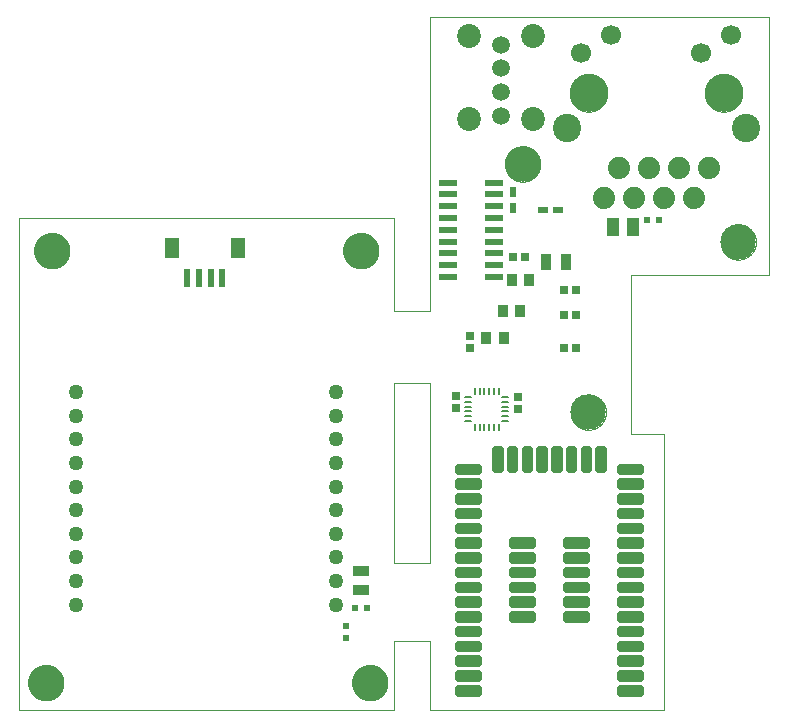
<source format=gts>
G75*
%MOIN*%
%OFA0B0*%
%FSLAX25Y25*%
%IPPOS*%
%LPD*%
%AMOC8*
5,1,8,0,0,1.08239X$1,22.5*
%
%ADD10C,0.00000*%
%ADD11C,0.11811*%
%ADD12C,0.11800*%
%ADD13C,0.00787*%
%ADD14C,0.07400*%
%ADD15C,0.09449*%
%ADD16C,0.06693*%
%ADD17C,0.12598*%
%ADD18C,0.05906*%
%ADD19C,0.07972*%
%ADD20C,0.02756*%
%ADD21R,0.06496X0.02362*%
%ADD22R,0.06000X0.02300*%
%ADD23R,0.03600X0.04100*%
%ADD24R,0.03800X0.05700*%
%ADD25R,0.03200X0.04200*%
%ADD26R,0.02200X0.02400*%
%ADD27R,0.04400X0.05900*%
%ADD28R,0.03400X0.02400*%
%ADD29R,0.02400X0.03400*%
%ADD30R,0.02800X0.02800*%
%ADD31R,0.05700X0.03800*%
%ADD32R,0.02400X0.02200*%
%ADD33C,0.05000*%
%ADD34R,0.02362X0.06102*%
%ADD35R,0.04724X0.07087*%
D10*
X0001000Y0012436D02*
X0001000Y0176436D01*
X0126000Y0176436D01*
X0126000Y0145436D01*
X0138000Y0145436D01*
X0138000Y0243436D01*
X0251000Y0243436D01*
X0251000Y0157436D01*
X0205000Y0157436D01*
X0205000Y0104436D01*
X0216000Y0104436D01*
X0216000Y0012436D01*
X0138000Y0012436D01*
X0138000Y0035436D01*
X0126000Y0035436D01*
X0126000Y0012436D01*
X0001000Y0012436D01*
X0004100Y0021436D02*
X0004102Y0021589D01*
X0004108Y0021742D01*
X0004118Y0021895D01*
X0004132Y0022048D01*
X0004150Y0022200D01*
X0004171Y0022351D01*
X0004197Y0022502D01*
X0004227Y0022653D01*
X0004260Y0022802D01*
X0004298Y0022951D01*
X0004339Y0023098D01*
X0004384Y0023245D01*
X0004433Y0023390D01*
X0004485Y0023534D01*
X0004542Y0023676D01*
X0004602Y0023817D01*
X0004665Y0023956D01*
X0004733Y0024094D01*
X0004803Y0024230D01*
X0004878Y0024364D01*
X0004955Y0024496D01*
X0005037Y0024626D01*
X0005121Y0024754D01*
X0005209Y0024879D01*
X0005300Y0025002D01*
X0005394Y0025123D01*
X0005491Y0025241D01*
X0005592Y0025357D01*
X0005695Y0025470D01*
X0005801Y0025581D01*
X0005910Y0025688D01*
X0006022Y0025793D01*
X0006136Y0025895D01*
X0006253Y0025994D01*
X0006373Y0026089D01*
X0006495Y0026182D01*
X0006619Y0026271D01*
X0006746Y0026358D01*
X0006875Y0026440D01*
X0007006Y0026520D01*
X0007139Y0026596D01*
X0007274Y0026668D01*
X0007411Y0026737D01*
X0007549Y0026803D01*
X0007689Y0026865D01*
X0007831Y0026923D01*
X0007974Y0026977D01*
X0008119Y0027028D01*
X0008264Y0027075D01*
X0008411Y0027118D01*
X0008559Y0027157D01*
X0008708Y0027193D01*
X0008858Y0027224D01*
X0009009Y0027252D01*
X0009160Y0027276D01*
X0009312Y0027296D01*
X0009465Y0027312D01*
X0009617Y0027324D01*
X0009770Y0027332D01*
X0009923Y0027336D01*
X0010077Y0027336D01*
X0010230Y0027332D01*
X0010383Y0027324D01*
X0010535Y0027312D01*
X0010688Y0027296D01*
X0010840Y0027276D01*
X0010991Y0027252D01*
X0011142Y0027224D01*
X0011292Y0027193D01*
X0011441Y0027157D01*
X0011589Y0027118D01*
X0011736Y0027075D01*
X0011881Y0027028D01*
X0012026Y0026977D01*
X0012169Y0026923D01*
X0012311Y0026865D01*
X0012451Y0026803D01*
X0012589Y0026737D01*
X0012726Y0026668D01*
X0012861Y0026596D01*
X0012994Y0026520D01*
X0013125Y0026440D01*
X0013254Y0026358D01*
X0013381Y0026271D01*
X0013505Y0026182D01*
X0013627Y0026089D01*
X0013747Y0025994D01*
X0013864Y0025895D01*
X0013978Y0025793D01*
X0014090Y0025688D01*
X0014199Y0025581D01*
X0014305Y0025470D01*
X0014408Y0025357D01*
X0014509Y0025241D01*
X0014606Y0025123D01*
X0014700Y0025002D01*
X0014791Y0024879D01*
X0014879Y0024754D01*
X0014963Y0024626D01*
X0015045Y0024496D01*
X0015122Y0024364D01*
X0015197Y0024230D01*
X0015267Y0024094D01*
X0015335Y0023956D01*
X0015398Y0023817D01*
X0015458Y0023676D01*
X0015515Y0023534D01*
X0015567Y0023390D01*
X0015616Y0023245D01*
X0015661Y0023098D01*
X0015702Y0022951D01*
X0015740Y0022802D01*
X0015773Y0022653D01*
X0015803Y0022502D01*
X0015829Y0022351D01*
X0015850Y0022200D01*
X0015868Y0022048D01*
X0015882Y0021895D01*
X0015892Y0021742D01*
X0015898Y0021589D01*
X0015900Y0021436D01*
X0015898Y0021283D01*
X0015892Y0021130D01*
X0015882Y0020977D01*
X0015868Y0020824D01*
X0015850Y0020672D01*
X0015829Y0020521D01*
X0015803Y0020370D01*
X0015773Y0020219D01*
X0015740Y0020070D01*
X0015702Y0019921D01*
X0015661Y0019774D01*
X0015616Y0019627D01*
X0015567Y0019482D01*
X0015515Y0019338D01*
X0015458Y0019196D01*
X0015398Y0019055D01*
X0015335Y0018916D01*
X0015267Y0018778D01*
X0015197Y0018642D01*
X0015122Y0018508D01*
X0015045Y0018376D01*
X0014963Y0018246D01*
X0014879Y0018118D01*
X0014791Y0017993D01*
X0014700Y0017870D01*
X0014606Y0017749D01*
X0014509Y0017631D01*
X0014408Y0017515D01*
X0014305Y0017402D01*
X0014199Y0017291D01*
X0014090Y0017184D01*
X0013978Y0017079D01*
X0013864Y0016977D01*
X0013747Y0016878D01*
X0013627Y0016783D01*
X0013505Y0016690D01*
X0013381Y0016601D01*
X0013254Y0016514D01*
X0013125Y0016432D01*
X0012994Y0016352D01*
X0012861Y0016276D01*
X0012726Y0016204D01*
X0012589Y0016135D01*
X0012451Y0016069D01*
X0012311Y0016007D01*
X0012169Y0015949D01*
X0012026Y0015895D01*
X0011881Y0015844D01*
X0011736Y0015797D01*
X0011589Y0015754D01*
X0011441Y0015715D01*
X0011292Y0015679D01*
X0011142Y0015648D01*
X0010991Y0015620D01*
X0010840Y0015596D01*
X0010688Y0015576D01*
X0010535Y0015560D01*
X0010383Y0015548D01*
X0010230Y0015540D01*
X0010077Y0015536D01*
X0009923Y0015536D01*
X0009770Y0015540D01*
X0009617Y0015548D01*
X0009465Y0015560D01*
X0009312Y0015576D01*
X0009160Y0015596D01*
X0009009Y0015620D01*
X0008858Y0015648D01*
X0008708Y0015679D01*
X0008559Y0015715D01*
X0008411Y0015754D01*
X0008264Y0015797D01*
X0008119Y0015844D01*
X0007974Y0015895D01*
X0007831Y0015949D01*
X0007689Y0016007D01*
X0007549Y0016069D01*
X0007411Y0016135D01*
X0007274Y0016204D01*
X0007139Y0016276D01*
X0007006Y0016352D01*
X0006875Y0016432D01*
X0006746Y0016514D01*
X0006619Y0016601D01*
X0006495Y0016690D01*
X0006373Y0016783D01*
X0006253Y0016878D01*
X0006136Y0016977D01*
X0006022Y0017079D01*
X0005910Y0017184D01*
X0005801Y0017291D01*
X0005695Y0017402D01*
X0005592Y0017515D01*
X0005491Y0017631D01*
X0005394Y0017749D01*
X0005300Y0017870D01*
X0005209Y0017993D01*
X0005121Y0018118D01*
X0005037Y0018246D01*
X0004955Y0018376D01*
X0004878Y0018508D01*
X0004803Y0018642D01*
X0004733Y0018778D01*
X0004665Y0018916D01*
X0004602Y0019055D01*
X0004542Y0019196D01*
X0004485Y0019338D01*
X0004433Y0019482D01*
X0004384Y0019627D01*
X0004339Y0019774D01*
X0004298Y0019921D01*
X0004260Y0020070D01*
X0004227Y0020219D01*
X0004197Y0020370D01*
X0004171Y0020521D01*
X0004150Y0020672D01*
X0004132Y0020824D01*
X0004118Y0020977D01*
X0004108Y0021130D01*
X0004102Y0021283D01*
X0004100Y0021436D01*
X0112100Y0021436D02*
X0112102Y0021589D01*
X0112108Y0021742D01*
X0112118Y0021895D01*
X0112132Y0022048D01*
X0112150Y0022200D01*
X0112171Y0022351D01*
X0112197Y0022502D01*
X0112227Y0022653D01*
X0112260Y0022802D01*
X0112298Y0022951D01*
X0112339Y0023098D01*
X0112384Y0023245D01*
X0112433Y0023390D01*
X0112485Y0023534D01*
X0112542Y0023676D01*
X0112602Y0023817D01*
X0112665Y0023956D01*
X0112733Y0024094D01*
X0112803Y0024230D01*
X0112878Y0024364D01*
X0112955Y0024496D01*
X0113037Y0024626D01*
X0113121Y0024754D01*
X0113209Y0024879D01*
X0113300Y0025002D01*
X0113394Y0025123D01*
X0113491Y0025241D01*
X0113592Y0025357D01*
X0113695Y0025470D01*
X0113801Y0025581D01*
X0113910Y0025688D01*
X0114022Y0025793D01*
X0114136Y0025895D01*
X0114253Y0025994D01*
X0114373Y0026089D01*
X0114495Y0026182D01*
X0114619Y0026271D01*
X0114746Y0026358D01*
X0114875Y0026440D01*
X0115006Y0026520D01*
X0115139Y0026596D01*
X0115274Y0026668D01*
X0115411Y0026737D01*
X0115549Y0026803D01*
X0115689Y0026865D01*
X0115831Y0026923D01*
X0115974Y0026977D01*
X0116119Y0027028D01*
X0116264Y0027075D01*
X0116411Y0027118D01*
X0116559Y0027157D01*
X0116708Y0027193D01*
X0116858Y0027224D01*
X0117009Y0027252D01*
X0117160Y0027276D01*
X0117312Y0027296D01*
X0117465Y0027312D01*
X0117617Y0027324D01*
X0117770Y0027332D01*
X0117923Y0027336D01*
X0118077Y0027336D01*
X0118230Y0027332D01*
X0118383Y0027324D01*
X0118535Y0027312D01*
X0118688Y0027296D01*
X0118840Y0027276D01*
X0118991Y0027252D01*
X0119142Y0027224D01*
X0119292Y0027193D01*
X0119441Y0027157D01*
X0119589Y0027118D01*
X0119736Y0027075D01*
X0119881Y0027028D01*
X0120026Y0026977D01*
X0120169Y0026923D01*
X0120311Y0026865D01*
X0120451Y0026803D01*
X0120589Y0026737D01*
X0120726Y0026668D01*
X0120861Y0026596D01*
X0120994Y0026520D01*
X0121125Y0026440D01*
X0121254Y0026358D01*
X0121381Y0026271D01*
X0121505Y0026182D01*
X0121627Y0026089D01*
X0121747Y0025994D01*
X0121864Y0025895D01*
X0121978Y0025793D01*
X0122090Y0025688D01*
X0122199Y0025581D01*
X0122305Y0025470D01*
X0122408Y0025357D01*
X0122509Y0025241D01*
X0122606Y0025123D01*
X0122700Y0025002D01*
X0122791Y0024879D01*
X0122879Y0024754D01*
X0122963Y0024626D01*
X0123045Y0024496D01*
X0123122Y0024364D01*
X0123197Y0024230D01*
X0123267Y0024094D01*
X0123335Y0023956D01*
X0123398Y0023817D01*
X0123458Y0023676D01*
X0123515Y0023534D01*
X0123567Y0023390D01*
X0123616Y0023245D01*
X0123661Y0023098D01*
X0123702Y0022951D01*
X0123740Y0022802D01*
X0123773Y0022653D01*
X0123803Y0022502D01*
X0123829Y0022351D01*
X0123850Y0022200D01*
X0123868Y0022048D01*
X0123882Y0021895D01*
X0123892Y0021742D01*
X0123898Y0021589D01*
X0123900Y0021436D01*
X0123898Y0021283D01*
X0123892Y0021130D01*
X0123882Y0020977D01*
X0123868Y0020824D01*
X0123850Y0020672D01*
X0123829Y0020521D01*
X0123803Y0020370D01*
X0123773Y0020219D01*
X0123740Y0020070D01*
X0123702Y0019921D01*
X0123661Y0019774D01*
X0123616Y0019627D01*
X0123567Y0019482D01*
X0123515Y0019338D01*
X0123458Y0019196D01*
X0123398Y0019055D01*
X0123335Y0018916D01*
X0123267Y0018778D01*
X0123197Y0018642D01*
X0123122Y0018508D01*
X0123045Y0018376D01*
X0122963Y0018246D01*
X0122879Y0018118D01*
X0122791Y0017993D01*
X0122700Y0017870D01*
X0122606Y0017749D01*
X0122509Y0017631D01*
X0122408Y0017515D01*
X0122305Y0017402D01*
X0122199Y0017291D01*
X0122090Y0017184D01*
X0121978Y0017079D01*
X0121864Y0016977D01*
X0121747Y0016878D01*
X0121627Y0016783D01*
X0121505Y0016690D01*
X0121381Y0016601D01*
X0121254Y0016514D01*
X0121125Y0016432D01*
X0120994Y0016352D01*
X0120861Y0016276D01*
X0120726Y0016204D01*
X0120589Y0016135D01*
X0120451Y0016069D01*
X0120311Y0016007D01*
X0120169Y0015949D01*
X0120026Y0015895D01*
X0119881Y0015844D01*
X0119736Y0015797D01*
X0119589Y0015754D01*
X0119441Y0015715D01*
X0119292Y0015679D01*
X0119142Y0015648D01*
X0118991Y0015620D01*
X0118840Y0015596D01*
X0118688Y0015576D01*
X0118535Y0015560D01*
X0118383Y0015548D01*
X0118230Y0015540D01*
X0118077Y0015536D01*
X0117923Y0015536D01*
X0117770Y0015540D01*
X0117617Y0015548D01*
X0117465Y0015560D01*
X0117312Y0015576D01*
X0117160Y0015596D01*
X0117009Y0015620D01*
X0116858Y0015648D01*
X0116708Y0015679D01*
X0116559Y0015715D01*
X0116411Y0015754D01*
X0116264Y0015797D01*
X0116119Y0015844D01*
X0115974Y0015895D01*
X0115831Y0015949D01*
X0115689Y0016007D01*
X0115549Y0016069D01*
X0115411Y0016135D01*
X0115274Y0016204D01*
X0115139Y0016276D01*
X0115006Y0016352D01*
X0114875Y0016432D01*
X0114746Y0016514D01*
X0114619Y0016601D01*
X0114495Y0016690D01*
X0114373Y0016783D01*
X0114253Y0016878D01*
X0114136Y0016977D01*
X0114022Y0017079D01*
X0113910Y0017184D01*
X0113801Y0017291D01*
X0113695Y0017402D01*
X0113592Y0017515D01*
X0113491Y0017631D01*
X0113394Y0017749D01*
X0113300Y0017870D01*
X0113209Y0017993D01*
X0113121Y0018118D01*
X0113037Y0018246D01*
X0112955Y0018376D01*
X0112878Y0018508D01*
X0112803Y0018642D01*
X0112733Y0018778D01*
X0112665Y0018916D01*
X0112602Y0019055D01*
X0112542Y0019196D01*
X0112485Y0019338D01*
X0112433Y0019482D01*
X0112384Y0019627D01*
X0112339Y0019774D01*
X0112298Y0019921D01*
X0112260Y0020070D01*
X0112227Y0020219D01*
X0112197Y0020370D01*
X0112171Y0020521D01*
X0112150Y0020672D01*
X0112132Y0020824D01*
X0112118Y0020977D01*
X0112108Y0021130D01*
X0112102Y0021283D01*
X0112100Y0021436D01*
X0126000Y0061436D02*
X0126000Y0121436D01*
X0138000Y0121436D01*
X0138000Y0061436D01*
X0126000Y0061436D01*
X0184921Y0111620D02*
X0184923Y0111773D01*
X0184929Y0111927D01*
X0184939Y0112080D01*
X0184953Y0112232D01*
X0184971Y0112385D01*
X0184993Y0112536D01*
X0185018Y0112687D01*
X0185048Y0112838D01*
X0185082Y0112988D01*
X0185119Y0113136D01*
X0185160Y0113284D01*
X0185205Y0113430D01*
X0185254Y0113576D01*
X0185307Y0113720D01*
X0185363Y0113862D01*
X0185423Y0114003D01*
X0185487Y0114143D01*
X0185554Y0114281D01*
X0185625Y0114417D01*
X0185700Y0114551D01*
X0185777Y0114683D01*
X0185859Y0114813D01*
X0185943Y0114941D01*
X0186031Y0115067D01*
X0186122Y0115190D01*
X0186216Y0115311D01*
X0186314Y0115429D01*
X0186414Y0115545D01*
X0186518Y0115658D01*
X0186624Y0115769D01*
X0186733Y0115877D01*
X0186845Y0115982D01*
X0186959Y0116083D01*
X0187077Y0116182D01*
X0187196Y0116278D01*
X0187318Y0116371D01*
X0187443Y0116460D01*
X0187570Y0116547D01*
X0187699Y0116629D01*
X0187830Y0116709D01*
X0187963Y0116785D01*
X0188098Y0116858D01*
X0188235Y0116927D01*
X0188374Y0116992D01*
X0188514Y0117054D01*
X0188656Y0117112D01*
X0188799Y0117167D01*
X0188944Y0117218D01*
X0189090Y0117265D01*
X0189237Y0117308D01*
X0189385Y0117347D01*
X0189534Y0117383D01*
X0189684Y0117414D01*
X0189835Y0117442D01*
X0189986Y0117466D01*
X0190139Y0117486D01*
X0190291Y0117502D01*
X0190444Y0117514D01*
X0190597Y0117522D01*
X0190750Y0117526D01*
X0190904Y0117526D01*
X0191057Y0117522D01*
X0191210Y0117514D01*
X0191363Y0117502D01*
X0191515Y0117486D01*
X0191668Y0117466D01*
X0191819Y0117442D01*
X0191970Y0117414D01*
X0192120Y0117383D01*
X0192269Y0117347D01*
X0192417Y0117308D01*
X0192564Y0117265D01*
X0192710Y0117218D01*
X0192855Y0117167D01*
X0192998Y0117112D01*
X0193140Y0117054D01*
X0193280Y0116992D01*
X0193419Y0116927D01*
X0193556Y0116858D01*
X0193691Y0116785D01*
X0193824Y0116709D01*
X0193955Y0116629D01*
X0194084Y0116547D01*
X0194211Y0116460D01*
X0194336Y0116371D01*
X0194458Y0116278D01*
X0194577Y0116182D01*
X0194695Y0116083D01*
X0194809Y0115982D01*
X0194921Y0115877D01*
X0195030Y0115769D01*
X0195136Y0115658D01*
X0195240Y0115545D01*
X0195340Y0115429D01*
X0195438Y0115311D01*
X0195532Y0115190D01*
X0195623Y0115067D01*
X0195711Y0114941D01*
X0195795Y0114813D01*
X0195877Y0114683D01*
X0195954Y0114551D01*
X0196029Y0114417D01*
X0196100Y0114281D01*
X0196167Y0114143D01*
X0196231Y0114003D01*
X0196291Y0113862D01*
X0196347Y0113720D01*
X0196400Y0113576D01*
X0196449Y0113430D01*
X0196494Y0113284D01*
X0196535Y0113136D01*
X0196572Y0112988D01*
X0196606Y0112838D01*
X0196636Y0112687D01*
X0196661Y0112536D01*
X0196683Y0112385D01*
X0196701Y0112232D01*
X0196715Y0112080D01*
X0196725Y0111927D01*
X0196731Y0111773D01*
X0196733Y0111620D01*
X0196731Y0111467D01*
X0196725Y0111313D01*
X0196715Y0111160D01*
X0196701Y0111008D01*
X0196683Y0110855D01*
X0196661Y0110704D01*
X0196636Y0110553D01*
X0196606Y0110402D01*
X0196572Y0110252D01*
X0196535Y0110104D01*
X0196494Y0109956D01*
X0196449Y0109810D01*
X0196400Y0109664D01*
X0196347Y0109520D01*
X0196291Y0109378D01*
X0196231Y0109237D01*
X0196167Y0109097D01*
X0196100Y0108959D01*
X0196029Y0108823D01*
X0195954Y0108689D01*
X0195877Y0108557D01*
X0195795Y0108427D01*
X0195711Y0108299D01*
X0195623Y0108173D01*
X0195532Y0108050D01*
X0195438Y0107929D01*
X0195340Y0107811D01*
X0195240Y0107695D01*
X0195136Y0107582D01*
X0195030Y0107471D01*
X0194921Y0107363D01*
X0194809Y0107258D01*
X0194695Y0107157D01*
X0194577Y0107058D01*
X0194458Y0106962D01*
X0194336Y0106869D01*
X0194211Y0106780D01*
X0194084Y0106693D01*
X0193955Y0106611D01*
X0193824Y0106531D01*
X0193691Y0106455D01*
X0193556Y0106382D01*
X0193419Y0106313D01*
X0193280Y0106248D01*
X0193140Y0106186D01*
X0192998Y0106128D01*
X0192855Y0106073D01*
X0192710Y0106022D01*
X0192564Y0105975D01*
X0192417Y0105932D01*
X0192269Y0105893D01*
X0192120Y0105857D01*
X0191970Y0105826D01*
X0191819Y0105798D01*
X0191668Y0105774D01*
X0191515Y0105754D01*
X0191363Y0105738D01*
X0191210Y0105726D01*
X0191057Y0105718D01*
X0190904Y0105714D01*
X0190750Y0105714D01*
X0190597Y0105718D01*
X0190444Y0105726D01*
X0190291Y0105738D01*
X0190139Y0105754D01*
X0189986Y0105774D01*
X0189835Y0105798D01*
X0189684Y0105826D01*
X0189534Y0105857D01*
X0189385Y0105893D01*
X0189237Y0105932D01*
X0189090Y0105975D01*
X0188944Y0106022D01*
X0188799Y0106073D01*
X0188656Y0106128D01*
X0188514Y0106186D01*
X0188374Y0106248D01*
X0188235Y0106313D01*
X0188098Y0106382D01*
X0187963Y0106455D01*
X0187830Y0106531D01*
X0187699Y0106611D01*
X0187570Y0106693D01*
X0187443Y0106780D01*
X0187318Y0106869D01*
X0187196Y0106962D01*
X0187077Y0107058D01*
X0186959Y0107157D01*
X0186845Y0107258D01*
X0186733Y0107363D01*
X0186624Y0107471D01*
X0186518Y0107582D01*
X0186414Y0107695D01*
X0186314Y0107811D01*
X0186216Y0107929D01*
X0186122Y0108050D01*
X0186031Y0108173D01*
X0185943Y0108299D01*
X0185859Y0108427D01*
X0185777Y0108557D01*
X0185700Y0108689D01*
X0185625Y0108823D01*
X0185554Y0108959D01*
X0185487Y0109097D01*
X0185423Y0109237D01*
X0185363Y0109378D01*
X0185307Y0109520D01*
X0185254Y0109664D01*
X0185205Y0109810D01*
X0185160Y0109956D01*
X0185119Y0110104D01*
X0185082Y0110252D01*
X0185048Y0110402D01*
X0185018Y0110553D01*
X0184993Y0110704D01*
X0184971Y0110855D01*
X0184953Y0111008D01*
X0184939Y0111160D01*
X0184929Y0111313D01*
X0184923Y0111467D01*
X0184921Y0111620D01*
X0234921Y0168339D02*
X0234923Y0168492D01*
X0234929Y0168646D01*
X0234939Y0168799D01*
X0234953Y0168951D01*
X0234971Y0169104D01*
X0234993Y0169255D01*
X0235018Y0169406D01*
X0235048Y0169557D01*
X0235082Y0169707D01*
X0235119Y0169855D01*
X0235160Y0170003D01*
X0235205Y0170149D01*
X0235254Y0170295D01*
X0235307Y0170439D01*
X0235363Y0170581D01*
X0235423Y0170722D01*
X0235487Y0170862D01*
X0235554Y0171000D01*
X0235625Y0171136D01*
X0235700Y0171270D01*
X0235777Y0171402D01*
X0235859Y0171532D01*
X0235943Y0171660D01*
X0236031Y0171786D01*
X0236122Y0171909D01*
X0236216Y0172030D01*
X0236314Y0172148D01*
X0236414Y0172264D01*
X0236518Y0172377D01*
X0236624Y0172488D01*
X0236733Y0172596D01*
X0236845Y0172701D01*
X0236959Y0172802D01*
X0237077Y0172901D01*
X0237196Y0172997D01*
X0237318Y0173090D01*
X0237443Y0173179D01*
X0237570Y0173266D01*
X0237699Y0173348D01*
X0237830Y0173428D01*
X0237963Y0173504D01*
X0238098Y0173577D01*
X0238235Y0173646D01*
X0238374Y0173711D01*
X0238514Y0173773D01*
X0238656Y0173831D01*
X0238799Y0173886D01*
X0238944Y0173937D01*
X0239090Y0173984D01*
X0239237Y0174027D01*
X0239385Y0174066D01*
X0239534Y0174102D01*
X0239684Y0174133D01*
X0239835Y0174161D01*
X0239986Y0174185D01*
X0240139Y0174205D01*
X0240291Y0174221D01*
X0240444Y0174233D01*
X0240597Y0174241D01*
X0240750Y0174245D01*
X0240904Y0174245D01*
X0241057Y0174241D01*
X0241210Y0174233D01*
X0241363Y0174221D01*
X0241515Y0174205D01*
X0241668Y0174185D01*
X0241819Y0174161D01*
X0241970Y0174133D01*
X0242120Y0174102D01*
X0242269Y0174066D01*
X0242417Y0174027D01*
X0242564Y0173984D01*
X0242710Y0173937D01*
X0242855Y0173886D01*
X0242998Y0173831D01*
X0243140Y0173773D01*
X0243280Y0173711D01*
X0243419Y0173646D01*
X0243556Y0173577D01*
X0243691Y0173504D01*
X0243824Y0173428D01*
X0243955Y0173348D01*
X0244084Y0173266D01*
X0244211Y0173179D01*
X0244336Y0173090D01*
X0244458Y0172997D01*
X0244577Y0172901D01*
X0244695Y0172802D01*
X0244809Y0172701D01*
X0244921Y0172596D01*
X0245030Y0172488D01*
X0245136Y0172377D01*
X0245240Y0172264D01*
X0245340Y0172148D01*
X0245438Y0172030D01*
X0245532Y0171909D01*
X0245623Y0171786D01*
X0245711Y0171660D01*
X0245795Y0171532D01*
X0245877Y0171402D01*
X0245954Y0171270D01*
X0246029Y0171136D01*
X0246100Y0171000D01*
X0246167Y0170862D01*
X0246231Y0170722D01*
X0246291Y0170581D01*
X0246347Y0170439D01*
X0246400Y0170295D01*
X0246449Y0170149D01*
X0246494Y0170003D01*
X0246535Y0169855D01*
X0246572Y0169707D01*
X0246606Y0169557D01*
X0246636Y0169406D01*
X0246661Y0169255D01*
X0246683Y0169104D01*
X0246701Y0168951D01*
X0246715Y0168799D01*
X0246725Y0168646D01*
X0246731Y0168492D01*
X0246733Y0168339D01*
X0246731Y0168186D01*
X0246725Y0168032D01*
X0246715Y0167879D01*
X0246701Y0167727D01*
X0246683Y0167574D01*
X0246661Y0167423D01*
X0246636Y0167272D01*
X0246606Y0167121D01*
X0246572Y0166971D01*
X0246535Y0166823D01*
X0246494Y0166675D01*
X0246449Y0166529D01*
X0246400Y0166383D01*
X0246347Y0166239D01*
X0246291Y0166097D01*
X0246231Y0165956D01*
X0246167Y0165816D01*
X0246100Y0165678D01*
X0246029Y0165542D01*
X0245954Y0165408D01*
X0245877Y0165276D01*
X0245795Y0165146D01*
X0245711Y0165018D01*
X0245623Y0164892D01*
X0245532Y0164769D01*
X0245438Y0164648D01*
X0245340Y0164530D01*
X0245240Y0164414D01*
X0245136Y0164301D01*
X0245030Y0164190D01*
X0244921Y0164082D01*
X0244809Y0163977D01*
X0244695Y0163876D01*
X0244577Y0163777D01*
X0244458Y0163681D01*
X0244336Y0163588D01*
X0244211Y0163499D01*
X0244084Y0163412D01*
X0243955Y0163330D01*
X0243824Y0163250D01*
X0243691Y0163174D01*
X0243556Y0163101D01*
X0243419Y0163032D01*
X0243280Y0162967D01*
X0243140Y0162905D01*
X0242998Y0162847D01*
X0242855Y0162792D01*
X0242710Y0162741D01*
X0242564Y0162694D01*
X0242417Y0162651D01*
X0242269Y0162612D01*
X0242120Y0162576D01*
X0241970Y0162545D01*
X0241819Y0162517D01*
X0241668Y0162493D01*
X0241515Y0162473D01*
X0241363Y0162457D01*
X0241210Y0162445D01*
X0241057Y0162437D01*
X0240904Y0162433D01*
X0240750Y0162433D01*
X0240597Y0162437D01*
X0240444Y0162445D01*
X0240291Y0162457D01*
X0240139Y0162473D01*
X0239986Y0162493D01*
X0239835Y0162517D01*
X0239684Y0162545D01*
X0239534Y0162576D01*
X0239385Y0162612D01*
X0239237Y0162651D01*
X0239090Y0162694D01*
X0238944Y0162741D01*
X0238799Y0162792D01*
X0238656Y0162847D01*
X0238514Y0162905D01*
X0238374Y0162967D01*
X0238235Y0163032D01*
X0238098Y0163101D01*
X0237963Y0163174D01*
X0237830Y0163250D01*
X0237699Y0163330D01*
X0237570Y0163412D01*
X0237443Y0163499D01*
X0237318Y0163588D01*
X0237196Y0163681D01*
X0237077Y0163777D01*
X0236959Y0163876D01*
X0236845Y0163977D01*
X0236733Y0164082D01*
X0236624Y0164190D01*
X0236518Y0164301D01*
X0236414Y0164414D01*
X0236314Y0164530D01*
X0236216Y0164648D01*
X0236122Y0164769D01*
X0236031Y0164892D01*
X0235943Y0165018D01*
X0235859Y0165146D01*
X0235777Y0165276D01*
X0235700Y0165408D01*
X0235625Y0165542D01*
X0235554Y0165678D01*
X0235487Y0165816D01*
X0235423Y0165956D01*
X0235363Y0166097D01*
X0235307Y0166239D01*
X0235254Y0166383D01*
X0235205Y0166529D01*
X0235160Y0166675D01*
X0235119Y0166823D01*
X0235082Y0166971D01*
X0235048Y0167121D01*
X0235018Y0167272D01*
X0234993Y0167423D01*
X0234971Y0167574D01*
X0234953Y0167727D01*
X0234939Y0167879D01*
X0234929Y0168032D01*
X0234923Y0168186D01*
X0234921Y0168339D01*
X0229639Y0218046D02*
X0229641Y0218204D01*
X0229647Y0218362D01*
X0229657Y0218520D01*
X0229671Y0218678D01*
X0229689Y0218835D01*
X0229710Y0218992D01*
X0229736Y0219148D01*
X0229766Y0219304D01*
X0229799Y0219459D01*
X0229837Y0219612D01*
X0229878Y0219765D01*
X0229923Y0219917D01*
X0229972Y0220068D01*
X0230025Y0220217D01*
X0230081Y0220365D01*
X0230141Y0220511D01*
X0230205Y0220656D01*
X0230273Y0220799D01*
X0230344Y0220941D01*
X0230418Y0221081D01*
X0230496Y0221218D01*
X0230578Y0221354D01*
X0230662Y0221488D01*
X0230751Y0221619D01*
X0230842Y0221748D01*
X0230937Y0221875D01*
X0231034Y0222000D01*
X0231135Y0222122D01*
X0231239Y0222241D01*
X0231346Y0222358D01*
X0231456Y0222472D01*
X0231569Y0222583D01*
X0231684Y0222692D01*
X0231802Y0222797D01*
X0231923Y0222899D01*
X0232046Y0222999D01*
X0232172Y0223095D01*
X0232300Y0223188D01*
X0232430Y0223278D01*
X0232563Y0223364D01*
X0232698Y0223448D01*
X0232834Y0223527D01*
X0232973Y0223604D01*
X0233114Y0223676D01*
X0233256Y0223746D01*
X0233400Y0223811D01*
X0233546Y0223873D01*
X0233693Y0223931D01*
X0233842Y0223986D01*
X0233992Y0224037D01*
X0234143Y0224084D01*
X0234295Y0224127D01*
X0234448Y0224166D01*
X0234603Y0224202D01*
X0234758Y0224233D01*
X0234914Y0224261D01*
X0235070Y0224285D01*
X0235227Y0224305D01*
X0235385Y0224321D01*
X0235542Y0224333D01*
X0235701Y0224341D01*
X0235859Y0224345D01*
X0236017Y0224345D01*
X0236175Y0224341D01*
X0236334Y0224333D01*
X0236491Y0224321D01*
X0236649Y0224305D01*
X0236806Y0224285D01*
X0236962Y0224261D01*
X0237118Y0224233D01*
X0237273Y0224202D01*
X0237428Y0224166D01*
X0237581Y0224127D01*
X0237733Y0224084D01*
X0237884Y0224037D01*
X0238034Y0223986D01*
X0238183Y0223931D01*
X0238330Y0223873D01*
X0238476Y0223811D01*
X0238620Y0223746D01*
X0238762Y0223676D01*
X0238903Y0223604D01*
X0239042Y0223527D01*
X0239178Y0223448D01*
X0239313Y0223364D01*
X0239446Y0223278D01*
X0239576Y0223188D01*
X0239704Y0223095D01*
X0239830Y0222999D01*
X0239953Y0222899D01*
X0240074Y0222797D01*
X0240192Y0222692D01*
X0240307Y0222583D01*
X0240420Y0222472D01*
X0240530Y0222358D01*
X0240637Y0222241D01*
X0240741Y0222122D01*
X0240842Y0222000D01*
X0240939Y0221875D01*
X0241034Y0221748D01*
X0241125Y0221619D01*
X0241214Y0221488D01*
X0241298Y0221354D01*
X0241380Y0221218D01*
X0241458Y0221081D01*
X0241532Y0220941D01*
X0241603Y0220799D01*
X0241671Y0220656D01*
X0241735Y0220511D01*
X0241795Y0220365D01*
X0241851Y0220217D01*
X0241904Y0220068D01*
X0241953Y0219917D01*
X0241998Y0219765D01*
X0242039Y0219612D01*
X0242077Y0219459D01*
X0242110Y0219304D01*
X0242140Y0219148D01*
X0242166Y0218992D01*
X0242187Y0218835D01*
X0242205Y0218678D01*
X0242219Y0218520D01*
X0242229Y0218362D01*
X0242235Y0218204D01*
X0242237Y0218046D01*
X0242235Y0217888D01*
X0242229Y0217730D01*
X0242219Y0217572D01*
X0242205Y0217414D01*
X0242187Y0217257D01*
X0242166Y0217100D01*
X0242140Y0216944D01*
X0242110Y0216788D01*
X0242077Y0216633D01*
X0242039Y0216480D01*
X0241998Y0216327D01*
X0241953Y0216175D01*
X0241904Y0216024D01*
X0241851Y0215875D01*
X0241795Y0215727D01*
X0241735Y0215581D01*
X0241671Y0215436D01*
X0241603Y0215293D01*
X0241532Y0215151D01*
X0241458Y0215011D01*
X0241380Y0214874D01*
X0241298Y0214738D01*
X0241214Y0214604D01*
X0241125Y0214473D01*
X0241034Y0214344D01*
X0240939Y0214217D01*
X0240842Y0214092D01*
X0240741Y0213970D01*
X0240637Y0213851D01*
X0240530Y0213734D01*
X0240420Y0213620D01*
X0240307Y0213509D01*
X0240192Y0213400D01*
X0240074Y0213295D01*
X0239953Y0213193D01*
X0239830Y0213093D01*
X0239704Y0212997D01*
X0239576Y0212904D01*
X0239446Y0212814D01*
X0239313Y0212728D01*
X0239178Y0212644D01*
X0239042Y0212565D01*
X0238903Y0212488D01*
X0238762Y0212416D01*
X0238620Y0212346D01*
X0238476Y0212281D01*
X0238330Y0212219D01*
X0238183Y0212161D01*
X0238034Y0212106D01*
X0237884Y0212055D01*
X0237733Y0212008D01*
X0237581Y0211965D01*
X0237428Y0211926D01*
X0237273Y0211890D01*
X0237118Y0211859D01*
X0236962Y0211831D01*
X0236806Y0211807D01*
X0236649Y0211787D01*
X0236491Y0211771D01*
X0236334Y0211759D01*
X0236175Y0211751D01*
X0236017Y0211747D01*
X0235859Y0211747D01*
X0235701Y0211751D01*
X0235542Y0211759D01*
X0235385Y0211771D01*
X0235227Y0211787D01*
X0235070Y0211807D01*
X0234914Y0211831D01*
X0234758Y0211859D01*
X0234603Y0211890D01*
X0234448Y0211926D01*
X0234295Y0211965D01*
X0234143Y0212008D01*
X0233992Y0212055D01*
X0233842Y0212106D01*
X0233693Y0212161D01*
X0233546Y0212219D01*
X0233400Y0212281D01*
X0233256Y0212346D01*
X0233114Y0212416D01*
X0232973Y0212488D01*
X0232834Y0212565D01*
X0232698Y0212644D01*
X0232563Y0212728D01*
X0232430Y0212814D01*
X0232300Y0212904D01*
X0232172Y0212997D01*
X0232046Y0213093D01*
X0231923Y0213193D01*
X0231802Y0213295D01*
X0231684Y0213400D01*
X0231569Y0213509D01*
X0231456Y0213620D01*
X0231346Y0213734D01*
X0231239Y0213851D01*
X0231135Y0213970D01*
X0231034Y0214092D01*
X0230937Y0214217D01*
X0230842Y0214344D01*
X0230751Y0214473D01*
X0230662Y0214604D01*
X0230578Y0214738D01*
X0230496Y0214874D01*
X0230418Y0215011D01*
X0230344Y0215151D01*
X0230273Y0215293D01*
X0230205Y0215436D01*
X0230141Y0215581D01*
X0230081Y0215727D01*
X0230025Y0215875D01*
X0229972Y0216024D01*
X0229923Y0216175D01*
X0229878Y0216327D01*
X0229837Y0216480D01*
X0229799Y0216633D01*
X0229766Y0216788D01*
X0229736Y0216944D01*
X0229710Y0217100D01*
X0229689Y0217257D01*
X0229671Y0217414D01*
X0229657Y0217572D01*
X0229647Y0217730D01*
X0229641Y0217888D01*
X0229639Y0218046D01*
X0184639Y0218046D02*
X0184641Y0218204D01*
X0184647Y0218362D01*
X0184657Y0218520D01*
X0184671Y0218678D01*
X0184689Y0218835D01*
X0184710Y0218992D01*
X0184736Y0219148D01*
X0184766Y0219304D01*
X0184799Y0219459D01*
X0184837Y0219612D01*
X0184878Y0219765D01*
X0184923Y0219917D01*
X0184972Y0220068D01*
X0185025Y0220217D01*
X0185081Y0220365D01*
X0185141Y0220511D01*
X0185205Y0220656D01*
X0185273Y0220799D01*
X0185344Y0220941D01*
X0185418Y0221081D01*
X0185496Y0221218D01*
X0185578Y0221354D01*
X0185662Y0221488D01*
X0185751Y0221619D01*
X0185842Y0221748D01*
X0185937Y0221875D01*
X0186034Y0222000D01*
X0186135Y0222122D01*
X0186239Y0222241D01*
X0186346Y0222358D01*
X0186456Y0222472D01*
X0186569Y0222583D01*
X0186684Y0222692D01*
X0186802Y0222797D01*
X0186923Y0222899D01*
X0187046Y0222999D01*
X0187172Y0223095D01*
X0187300Y0223188D01*
X0187430Y0223278D01*
X0187563Y0223364D01*
X0187698Y0223448D01*
X0187834Y0223527D01*
X0187973Y0223604D01*
X0188114Y0223676D01*
X0188256Y0223746D01*
X0188400Y0223811D01*
X0188546Y0223873D01*
X0188693Y0223931D01*
X0188842Y0223986D01*
X0188992Y0224037D01*
X0189143Y0224084D01*
X0189295Y0224127D01*
X0189448Y0224166D01*
X0189603Y0224202D01*
X0189758Y0224233D01*
X0189914Y0224261D01*
X0190070Y0224285D01*
X0190227Y0224305D01*
X0190385Y0224321D01*
X0190542Y0224333D01*
X0190701Y0224341D01*
X0190859Y0224345D01*
X0191017Y0224345D01*
X0191175Y0224341D01*
X0191334Y0224333D01*
X0191491Y0224321D01*
X0191649Y0224305D01*
X0191806Y0224285D01*
X0191962Y0224261D01*
X0192118Y0224233D01*
X0192273Y0224202D01*
X0192428Y0224166D01*
X0192581Y0224127D01*
X0192733Y0224084D01*
X0192884Y0224037D01*
X0193034Y0223986D01*
X0193183Y0223931D01*
X0193330Y0223873D01*
X0193476Y0223811D01*
X0193620Y0223746D01*
X0193762Y0223676D01*
X0193903Y0223604D01*
X0194042Y0223527D01*
X0194178Y0223448D01*
X0194313Y0223364D01*
X0194446Y0223278D01*
X0194576Y0223188D01*
X0194704Y0223095D01*
X0194830Y0222999D01*
X0194953Y0222899D01*
X0195074Y0222797D01*
X0195192Y0222692D01*
X0195307Y0222583D01*
X0195420Y0222472D01*
X0195530Y0222358D01*
X0195637Y0222241D01*
X0195741Y0222122D01*
X0195842Y0222000D01*
X0195939Y0221875D01*
X0196034Y0221748D01*
X0196125Y0221619D01*
X0196214Y0221488D01*
X0196298Y0221354D01*
X0196380Y0221218D01*
X0196458Y0221081D01*
X0196532Y0220941D01*
X0196603Y0220799D01*
X0196671Y0220656D01*
X0196735Y0220511D01*
X0196795Y0220365D01*
X0196851Y0220217D01*
X0196904Y0220068D01*
X0196953Y0219917D01*
X0196998Y0219765D01*
X0197039Y0219612D01*
X0197077Y0219459D01*
X0197110Y0219304D01*
X0197140Y0219148D01*
X0197166Y0218992D01*
X0197187Y0218835D01*
X0197205Y0218678D01*
X0197219Y0218520D01*
X0197229Y0218362D01*
X0197235Y0218204D01*
X0197237Y0218046D01*
X0197235Y0217888D01*
X0197229Y0217730D01*
X0197219Y0217572D01*
X0197205Y0217414D01*
X0197187Y0217257D01*
X0197166Y0217100D01*
X0197140Y0216944D01*
X0197110Y0216788D01*
X0197077Y0216633D01*
X0197039Y0216480D01*
X0196998Y0216327D01*
X0196953Y0216175D01*
X0196904Y0216024D01*
X0196851Y0215875D01*
X0196795Y0215727D01*
X0196735Y0215581D01*
X0196671Y0215436D01*
X0196603Y0215293D01*
X0196532Y0215151D01*
X0196458Y0215011D01*
X0196380Y0214874D01*
X0196298Y0214738D01*
X0196214Y0214604D01*
X0196125Y0214473D01*
X0196034Y0214344D01*
X0195939Y0214217D01*
X0195842Y0214092D01*
X0195741Y0213970D01*
X0195637Y0213851D01*
X0195530Y0213734D01*
X0195420Y0213620D01*
X0195307Y0213509D01*
X0195192Y0213400D01*
X0195074Y0213295D01*
X0194953Y0213193D01*
X0194830Y0213093D01*
X0194704Y0212997D01*
X0194576Y0212904D01*
X0194446Y0212814D01*
X0194313Y0212728D01*
X0194178Y0212644D01*
X0194042Y0212565D01*
X0193903Y0212488D01*
X0193762Y0212416D01*
X0193620Y0212346D01*
X0193476Y0212281D01*
X0193330Y0212219D01*
X0193183Y0212161D01*
X0193034Y0212106D01*
X0192884Y0212055D01*
X0192733Y0212008D01*
X0192581Y0211965D01*
X0192428Y0211926D01*
X0192273Y0211890D01*
X0192118Y0211859D01*
X0191962Y0211831D01*
X0191806Y0211807D01*
X0191649Y0211787D01*
X0191491Y0211771D01*
X0191334Y0211759D01*
X0191175Y0211751D01*
X0191017Y0211747D01*
X0190859Y0211747D01*
X0190701Y0211751D01*
X0190542Y0211759D01*
X0190385Y0211771D01*
X0190227Y0211787D01*
X0190070Y0211807D01*
X0189914Y0211831D01*
X0189758Y0211859D01*
X0189603Y0211890D01*
X0189448Y0211926D01*
X0189295Y0211965D01*
X0189143Y0212008D01*
X0188992Y0212055D01*
X0188842Y0212106D01*
X0188693Y0212161D01*
X0188546Y0212219D01*
X0188400Y0212281D01*
X0188256Y0212346D01*
X0188114Y0212416D01*
X0187973Y0212488D01*
X0187834Y0212565D01*
X0187698Y0212644D01*
X0187563Y0212728D01*
X0187430Y0212814D01*
X0187300Y0212904D01*
X0187172Y0212997D01*
X0187046Y0213093D01*
X0186923Y0213193D01*
X0186802Y0213295D01*
X0186684Y0213400D01*
X0186569Y0213509D01*
X0186456Y0213620D01*
X0186346Y0213734D01*
X0186239Y0213851D01*
X0186135Y0213970D01*
X0186034Y0214092D01*
X0185937Y0214217D01*
X0185842Y0214344D01*
X0185751Y0214473D01*
X0185662Y0214604D01*
X0185578Y0214738D01*
X0185496Y0214874D01*
X0185418Y0215011D01*
X0185344Y0215151D01*
X0185273Y0215293D01*
X0185205Y0215436D01*
X0185141Y0215581D01*
X0185081Y0215727D01*
X0185025Y0215875D01*
X0184972Y0216024D01*
X0184923Y0216175D01*
X0184878Y0216327D01*
X0184837Y0216480D01*
X0184799Y0216633D01*
X0184766Y0216788D01*
X0184736Y0216944D01*
X0184710Y0217100D01*
X0184689Y0217257D01*
X0184671Y0217414D01*
X0184657Y0217572D01*
X0184647Y0217730D01*
X0184641Y0217888D01*
X0184639Y0218046D01*
X0163023Y0194348D02*
X0163025Y0194501D01*
X0163031Y0194655D01*
X0163041Y0194808D01*
X0163055Y0194960D01*
X0163073Y0195113D01*
X0163095Y0195264D01*
X0163120Y0195415D01*
X0163150Y0195566D01*
X0163184Y0195716D01*
X0163221Y0195864D01*
X0163262Y0196012D01*
X0163307Y0196158D01*
X0163356Y0196304D01*
X0163409Y0196448D01*
X0163465Y0196590D01*
X0163525Y0196731D01*
X0163589Y0196871D01*
X0163656Y0197009D01*
X0163727Y0197145D01*
X0163802Y0197279D01*
X0163879Y0197411D01*
X0163961Y0197541D01*
X0164045Y0197669D01*
X0164133Y0197795D01*
X0164224Y0197918D01*
X0164318Y0198039D01*
X0164416Y0198157D01*
X0164516Y0198273D01*
X0164620Y0198386D01*
X0164726Y0198497D01*
X0164835Y0198605D01*
X0164947Y0198710D01*
X0165061Y0198811D01*
X0165179Y0198910D01*
X0165298Y0199006D01*
X0165420Y0199099D01*
X0165545Y0199188D01*
X0165672Y0199275D01*
X0165801Y0199357D01*
X0165932Y0199437D01*
X0166065Y0199513D01*
X0166200Y0199586D01*
X0166337Y0199655D01*
X0166476Y0199720D01*
X0166616Y0199782D01*
X0166758Y0199840D01*
X0166901Y0199895D01*
X0167046Y0199946D01*
X0167192Y0199993D01*
X0167339Y0200036D01*
X0167487Y0200075D01*
X0167636Y0200111D01*
X0167786Y0200142D01*
X0167937Y0200170D01*
X0168088Y0200194D01*
X0168241Y0200214D01*
X0168393Y0200230D01*
X0168546Y0200242D01*
X0168699Y0200250D01*
X0168852Y0200254D01*
X0169006Y0200254D01*
X0169159Y0200250D01*
X0169312Y0200242D01*
X0169465Y0200230D01*
X0169617Y0200214D01*
X0169770Y0200194D01*
X0169921Y0200170D01*
X0170072Y0200142D01*
X0170222Y0200111D01*
X0170371Y0200075D01*
X0170519Y0200036D01*
X0170666Y0199993D01*
X0170812Y0199946D01*
X0170957Y0199895D01*
X0171100Y0199840D01*
X0171242Y0199782D01*
X0171382Y0199720D01*
X0171521Y0199655D01*
X0171658Y0199586D01*
X0171793Y0199513D01*
X0171926Y0199437D01*
X0172057Y0199357D01*
X0172186Y0199275D01*
X0172313Y0199188D01*
X0172438Y0199099D01*
X0172560Y0199006D01*
X0172679Y0198910D01*
X0172797Y0198811D01*
X0172911Y0198710D01*
X0173023Y0198605D01*
X0173132Y0198497D01*
X0173238Y0198386D01*
X0173342Y0198273D01*
X0173442Y0198157D01*
X0173540Y0198039D01*
X0173634Y0197918D01*
X0173725Y0197795D01*
X0173813Y0197669D01*
X0173897Y0197541D01*
X0173979Y0197411D01*
X0174056Y0197279D01*
X0174131Y0197145D01*
X0174202Y0197009D01*
X0174269Y0196871D01*
X0174333Y0196731D01*
X0174393Y0196590D01*
X0174449Y0196448D01*
X0174502Y0196304D01*
X0174551Y0196158D01*
X0174596Y0196012D01*
X0174637Y0195864D01*
X0174674Y0195716D01*
X0174708Y0195566D01*
X0174738Y0195415D01*
X0174763Y0195264D01*
X0174785Y0195113D01*
X0174803Y0194960D01*
X0174817Y0194808D01*
X0174827Y0194655D01*
X0174833Y0194501D01*
X0174835Y0194348D01*
X0174833Y0194195D01*
X0174827Y0194041D01*
X0174817Y0193888D01*
X0174803Y0193736D01*
X0174785Y0193583D01*
X0174763Y0193432D01*
X0174738Y0193281D01*
X0174708Y0193130D01*
X0174674Y0192980D01*
X0174637Y0192832D01*
X0174596Y0192684D01*
X0174551Y0192538D01*
X0174502Y0192392D01*
X0174449Y0192248D01*
X0174393Y0192106D01*
X0174333Y0191965D01*
X0174269Y0191825D01*
X0174202Y0191687D01*
X0174131Y0191551D01*
X0174056Y0191417D01*
X0173979Y0191285D01*
X0173897Y0191155D01*
X0173813Y0191027D01*
X0173725Y0190901D01*
X0173634Y0190778D01*
X0173540Y0190657D01*
X0173442Y0190539D01*
X0173342Y0190423D01*
X0173238Y0190310D01*
X0173132Y0190199D01*
X0173023Y0190091D01*
X0172911Y0189986D01*
X0172797Y0189885D01*
X0172679Y0189786D01*
X0172560Y0189690D01*
X0172438Y0189597D01*
X0172313Y0189508D01*
X0172186Y0189421D01*
X0172057Y0189339D01*
X0171926Y0189259D01*
X0171793Y0189183D01*
X0171658Y0189110D01*
X0171521Y0189041D01*
X0171382Y0188976D01*
X0171242Y0188914D01*
X0171100Y0188856D01*
X0170957Y0188801D01*
X0170812Y0188750D01*
X0170666Y0188703D01*
X0170519Y0188660D01*
X0170371Y0188621D01*
X0170222Y0188585D01*
X0170072Y0188554D01*
X0169921Y0188526D01*
X0169770Y0188502D01*
X0169617Y0188482D01*
X0169465Y0188466D01*
X0169312Y0188454D01*
X0169159Y0188446D01*
X0169006Y0188442D01*
X0168852Y0188442D01*
X0168699Y0188446D01*
X0168546Y0188454D01*
X0168393Y0188466D01*
X0168241Y0188482D01*
X0168088Y0188502D01*
X0167937Y0188526D01*
X0167786Y0188554D01*
X0167636Y0188585D01*
X0167487Y0188621D01*
X0167339Y0188660D01*
X0167192Y0188703D01*
X0167046Y0188750D01*
X0166901Y0188801D01*
X0166758Y0188856D01*
X0166616Y0188914D01*
X0166476Y0188976D01*
X0166337Y0189041D01*
X0166200Y0189110D01*
X0166065Y0189183D01*
X0165932Y0189259D01*
X0165801Y0189339D01*
X0165672Y0189421D01*
X0165545Y0189508D01*
X0165420Y0189597D01*
X0165298Y0189690D01*
X0165179Y0189786D01*
X0165061Y0189885D01*
X0164947Y0189986D01*
X0164835Y0190091D01*
X0164726Y0190199D01*
X0164620Y0190310D01*
X0164516Y0190423D01*
X0164416Y0190539D01*
X0164318Y0190657D01*
X0164224Y0190778D01*
X0164133Y0190901D01*
X0164045Y0191027D01*
X0163961Y0191155D01*
X0163879Y0191285D01*
X0163802Y0191417D01*
X0163727Y0191551D01*
X0163656Y0191687D01*
X0163589Y0191825D01*
X0163525Y0191965D01*
X0163465Y0192106D01*
X0163409Y0192248D01*
X0163356Y0192392D01*
X0163307Y0192538D01*
X0163262Y0192684D01*
X0163221Y0192832D01*
X0163184Y0192980D01*
X0163150Y0193130D01*
X0163120Y0193281D01*
X0163095Y0193432D01*
X0163073Y0193583D01*
X0163055Y0193736D01*
X0163041Y0193888D01*
X0163031Y0194041D01*
X0163025Y0194195D01*
X0163023Y0194348D01*
X0109100Y0165436D02*
X0109102Y0165589D01*
X0109108Y0165742D01*
X0109118Y0165895D01*
X0109132Y0166048D01*
X0109150Y0166200D01*
X0109171Y0166351D01*
X0109197Y0166502D01*
X0109227Y0166653D01*
X0109260Y0166802D01*
X0109298Y0166951D01*
X0109339Y0167098D01*
X0109384Y0167245D01*
X0109433Y0167390D01*
X0109485Y0167534D01*
X0109542Y0167676D01*
X0109602Y0167817D01*
X0109665Y0167956D01*
X0109733Y0168094D01*
X0109803Y0168230D01*
X0109878Y0168364D01*
X0109955Y0168496D01*
X0110037Y0168626D01*
X0110121Y0168754D01*
X0110209Y0168879D01*
X0110300Y0169002D01*
X0110394Y0169123D01*
X0110491Y0169241D01*
X0110592Y0169357D01*
X0110695Y0169470D01*
X0110801Y0169581D01*
X0110910Y0169688D01*
X0111022Y0169793D01*
X0111136Y0169895D01*
X0111253Y0169994D01*
X0111373Y0170089D01*
X0111495Y0170182D01*
X0111619Y0170271D01*
X0111746Y0170358D01*
X0111875Y0170440D01*
X0112006Y0170520D01*
X0112139Y0170596D01*
X0112274Y0170668D01*
X0112411Y0170737D01*
X0112549Y0170803D01*
X0112689Y0170865D01*
X0112831Y0170923D01*
X0112974Y0170977D01*
X0113119Y0171028D01*
X0113264Y0171075D01*
X0113411Y0171118D01*
X0113559Y0171157D01*
X0113708Y0171193D01*
X0113858Y0171224D01*
X0114009Y0171252D01*
X0114160Y0171276D01*
X0114312Y0171296D01*
X0114465Y0171312D01*
X0114617Y0171324D01*
X0114770Y0171332D01*
X0114923Y0171336D01*
X0115077Y0171336D01*
X0115230Y0171332D01*
X0115383Y0171324D01*
X0115535Y0171312D01*
X0115688Y0171296D01*
X0115840Y0171276D01*
X0115991Y0171252D01*
X0116142Y0171224D01*
X0116292Y0171193D01*
X0116441Y0171157D01*
X0116589Y0171118D01*
X0116736Y0171075D01*
X0116881Y0171028D01*
X0117026Y0170977D01*
X0117169Y0170923D01*
X0117311Y0170865D01*
X0117451Y0170803D01*
X0117589Y0170737D01*
X0117726Y0170668D01*
X0117861Y0170596D01*
X0117994Y0170520D01*
X0118125Y0170440D01*
X0118254Y0170358D01*
X0118381Y0170271D01*
X0118505Y0170182D01*
X0118627Y0170089D01*
X0118747Y0169994D01*
X0118864Y0169895D01*
X0118978Y0169793D01*
X0119090Y0169688D01*
X0119199Y0169581D01*
X0119305Y0169470D01*
X0119408Y0169357D01*
X0119509Y0169241D01*
X0119606Y0169123D01*
X0119700Y0169002D01*
X0119791Y0168879D01*
X0119879Y0168754D01*
X0119963Y0168626D01*
X0120045Y0168496D01*
X0120122Y0168364D01*
X0120197Y0168230D01*
X0120267Y0168094D01*
X0120335Y0167956D01*
X0120398Y0167817D01*
X0120458Y0167676D01*
X0120515Y0167534D01*
X0120567Y0167390D01*
X0120616Y0167245D01*
X0120661Y0167098D01*
X0120702Y0166951D01*
X0120740Y0166802D01*
X0120773Y0166653D01*
X0120803Y0166502D01*
X0120829Y0166351D01*
X0120850Y0166200D01*
X0120868Y0166048D01*
X0120882Y0165895D01*
X0120892Y0165742D01*
X0120898Y0165589D01*
X0120900Y0165436D01*
X0120898Y0165283D01*
X0120892Y0165130D01*
X0120882Y0164977D01*
X0120868Y0164824D01*
X0120850Y0164672D01*
X0120829Y0164521D01*
X0120803Y0164370D01*
X0120773Y0164219D01*
X0120740Y0164070D01*
X0120702Y0163921D01*
X0120661Y0163774D01*
X0120616Y0163627D01*
X0120567Y0163482D01*
X0120515Y0163338D01*
X0120458Y0163196D01*
X0120398Y0163055D01*
X0120335Y0162916D01*
X0120267Y0162778D01*
X0120197Y0162642D01*
X0120122Y0162508D01*
X0120045Y0162376D01*
X0119963Y0162246D01*
X0119879Y0162118D01*
X0119791Y0161993D01*
X0119700Y0161870D01*
X0119606Y0161749D01*
X0119509Y0161631D01*
X0119408Y0161515D01*
X0119305Y0161402D01*
X0119199Y0161291D01*
X0119090Y0161184D01*
X0118978Y0161079D01*
X0118864Y0160977D01*
X0118747Y0160878D01*
X0118627Y0160783D01*
X0118505Y0160690D01*
X0118381Y0160601D01*
X0118254Y0160514D01*
X0118125Y0160432D01*
X0117994Y0160352D01*
X0117861Y0160276D01*
X0117726Y0160204D01*
X0117589Y0160135D01*
X0117451Y0160069D01*
X0117311Y0160007D01*
X0117169Y0159949D01*
X0117026Y0159895D01*
X0116881Y0159844D01*
X0116736Y0159797D01*
X0116589Y0159754D01*
X0116441Y0159715D01*
X0116292Y0159679D01*
X0116142Y0159648D01*
X0115991Y0159620D01*
X0115840Y0159596D01*
X0115688Y0159576D01*
X0115535Y0159560D01*
X0115383Y0159548D01*
X0115230Y0159540D01*
X0115077Y0159536D01*
X0114923Y0159536D01*
X0114770Y0159540D01*
X0114617Y0159548D01*
X0114465Y0159560D01*
X0114312Y0159576D01*
X0114160Y0159596D01*
X0114009Y0159620D01*
X0113858Y0159648D01*
X0113708Y0159679D01*
X0113559Y0159715D01*
X0113411Y0159754D01*
X0113264Y0159797D01*
X0113119Y0159844D01*
X0112974Y0159895D01*
X0112831Y0159949D01*
X0112689Y0160007D01*
X0112549Y0160069D01*
X0112411Y0160135D01*
X0112274Y0160204D01*
X0112139Y0160276D01*
X0112006Y0160352D01*
X0111875Y0160432D01*
X0111746Y0160514D01*
X0111619Y0160601D01*
X0111495Y0160690D01*
X0111373Y0160783D01*
X0111253Y0160878D01*
X0111136Y0160977D01*
X0111022Y0161079D01*
X0110910Y0161184D01*
X0110801Y0161291D01*
X0110695Y0161402D01*
X0110592Y0161515D01*
X0110491Y0161631D01*
X0110394Y0161749D01*
X0110300Y0161870D01*
X0110209Y0161993D01*
X0110121Y0162118D01*
X0110037Y0162246D01*
X0109955Y0162376D01*
X0109878Y0162508D01*
X0109803Y0162642D01*
X0109733Y0162778D01*
X0109665Y0162916D01*
X0109602Y0163055D01*
X0109542Y0163196D01*
X0109485Y0163338D01*
X0109433Y0163482D01*
X0109384Y0163627D01*
X0109339Y0163774D01*
X0109298Y0163921D01*
X0109260Y0164070D01*
X0109227Y0164219D01*
X0109197Y0164370D01*
X0109171Y0164521D01*
X0109150Y0164672D01*
X0109132Y0164824D01*
X0109118Y0164977D01*
X0109108Y0165130D01*
X0109102Y0165283D01*
X0109100Y0165436D01*
X0006100Y0165436D02*
X0006102Y0165589D01*
X0006108Y0165742D01*
X0006118Y0165895D01*
X0006132Y0166048D01*
X0006150Y0166200D01*
X0006171Y0166351D01*
X0006197Y0166502D01*
X0006227Y0166653D01*
X0006260Y0166802D01*
X0006298Y0166951D01*
X0006339Y0167098D01*
X0006384Y0167245D01*
X0006433Y0167390D01*
X0006485Y0167534D01*
X0006542Y0167676D01*
X0006602Y0167817D01*
X0006665Y0167956D01*
X0006733Y0168094D01*
X0006803Y0168230D01*
X0006878Y0168364D01*
X0006955Y0168496D01*
X0007037Y0168626D01*
X0007121Y0168754D01*
X0007209Y0168879D01*
X0007300Y0169002D01*
X0007394Y0169123D01*
X0007491Y0169241D01*
X0007592Y0169357D01*
X0007695Y0169470D01*
X0007801Y0169581D01*
X0007910Y0169688D01*
X0008022Y0169793D01*
X0008136Y0169895D01*
X0008253Y0169994D01*
X0008373Y0170089D01*
X0008495Y0170182D01*
X0008619Y0170271D01*
X0008746Y0170358D01*
X0008875Y0170440D01*
X0009006Y0170520D01*
X0009139Y0170596D01*
X0009274Y0170668D01*
X0009411Y0170737D01*
X0009549Y0170803D01*
X0009689Y0170865D01*
X0009831Y0170923D01*
X0009974Y0170977D01*
X0010119Y0171028D01*
X0010264Y0171075D01*
X0010411Y0171118D01*
X0010559Y0171157D01*
X0010708Y0171193D01*
X0010858Y0171224D01*
X0011009Y0171252D01*
X0011160Y0171276D01*
X0011312Y0171296D01*
X0011465Y0171312D01*
X0011617Y0171324D01*
X0011770Y0171332D01*
X0011923Y0171336D01*
X0012077Y0171336D01*
X0012230Y0171332D01*
X0012383Y0171324D01*
X0012535Y0171312D01*
X0012688Y0171296D01*
X0012840Y0171276D01*
X0012991Y0171252D01*
X0013142Y0171224D01*
X0013292Y0171193D01*
X0013441Y0171157D01*
X0013589Y0171118D01*
X0013736Y0171075D01*
X0013881Y0171028D01*
X0014026Y0170977D01*
X0014169Y0170923D01*
X0014311Y0170865D01*
X0014451Y0170803D01*
X0014589Y0170737D01*
X0014726Y0170668D01*
X0014861Y0170596D01*
X0014994Y0170520D01*
X0015125Y0170440D01*
X0015254Y0170358D01*
X0015381Y0170271D01*
X0015505Y0170182D01*
X0015627Y0170089D01*
X0015747Y0169994D01*
X0015864Y0169895D01*
X0015978Y0169793D01*
X0016090Y0169688D01*
X0016199Y0169581D01*
X0016305Y0169470D01*
X0016408Y0169357D01*
X0016509Y0169241D01*
X0016606Y0169123D01*
X0016700Y0169002D01*
X0016791Y0168879D01*
X0016879Y0168754D01*
X0016963Y0168626D01*
X0017045Y0168496D01*
X0017122Y0168364D01*
X0017197Y0168230D01*
X0017267Y0168094D01*
X0017335Y0167956D01*
X0017398Y0167817D01*
X0017458Y0167676D01*
X0017515Y0167534D01*
X0017567Y0167390D01*
X0017616Y0167245D01*
X0017661Y0167098D01*
X0017702Y0166951D01*
X0017740Y0166802D01*
X0017773Y0166653D01*
X0017803Y0166502D01*
X0017829Y0166351D01*
X0017850Y0166200D01*
X0017868Y0166048D01*
X0017882Y0165895D01*
X0017892Y0165742D01*
X0017898Y0165589D01*
X0017900Y0165436D01*
X0017898Y0165283D01*
X0017892Y0165130D01*
X0017882Y0164977D01*
X0017868Y0164824D01*
X0017850Y0164672D01*
X0017829Y0164521D01*
X0017803Y0164370D01*
X0017773Y0164219D01*
X0017740Y0164070D01*
X0017702Y0163921D01*
X0017661Y0163774D01*
X0017616Y0163627D01*
X0017567Y0163482D01*
X0017515Y0163338D01*
X0017458Y0163196D01*
X0017398Y0163055D01*
X0017335Y0162916D01*
X0017267Y0162778D01*
X0017197Y0162642D01*
X0017122Y0162508D01*
X0017045Y0162376D01*
X0016963Y0162246D01*
X0016879Y0162118D01*
X0016791Y0161993D01*
X0016700Y0161870D01*
X0016606Y0161749D01*
X0016509Y0161631D01*
X0016408Y0161515D01*
X0016305Y0161402D01*
X0016199Y0161291D01*
X0016090Y0161184D01*
X0015978Y0161079D01*
X0015864Y0160977D01*
X0015747Y0160878D01*
X0015627Y0160783D01*
X0015505Y0160690D01*
X0015381Y0160601D01*
X0015254Y0160514D01*
X0015125Y0160432D01*
X0014994Y0160352D01*
X0014861Y0160276D01*
X0014726Y0160204D01*
X0014589Y0160135D01*
X0014451Y0160069D01*
X0014311Y0160007D01*
X0014169Y0159949D01*
X0014026Y0159895D01*
X0013881Y0159844D01*
X0013736Y0159797D01*
X0013589Y0159754D01*
X0013441Y0159715D01*
X0013292Y0159679D01*
X0013142Y0159648D01*
X0012991Y0159620D01*
X0012840Y0159596D01*
X0012688Y0159576D01*
X0012535Y0159560D01*
X0012383Y0159548D01*
X0012230Y0159540D01*
X0012077Y0159536D01*
X0011923Y0159536D01*
X0011770Y0159540D01*
X0011617Y0159548D01*
X0011465Y0159560D01*
X0011312Y0159576D01*
X0011160Y0159596D01*
X0011009Y0159620D01*
X0010858Y0159648D01*
X0010708Y0159679D01*
X0010559Y0159715D01*
X0010411Y0159754D01*
X0010264Y0159797D01*
X0010119Y0159844D01*
X0009974Y0159895D01*
X0009831Y0159949D01*
X0009689Y0160007D01*
X0009549Y0160069D01*
X0009411Y0160135D01*
X0009274Y0160204D01*
X0009139Y0160276D01*
X0009006Y0160352D01*
X0008875Y0160432D01*
X0008746Y0160514D01*
X0008619Y0160601D01*
X0008495Y0160690D01*
X0008373Y0160783D01*
X0008253Y0160878D01*
X0008136Y0160977D01*
X0008022Y0161079D01*
X0007910Y0161184D01*
X0007801Y0161291D01*
X0007695Y0161402D01*
X0007592Y0161515D01*
X0007491Y0161631D01*
X0007394Y0161749D01*
X0007300Y0161870D01*
X0007209Y0161993D01*
X0007121Y0162118D01*
X0007037Y0162246D01*
X0006955Y0162376D01*
X0006878Y0162508D01*
X0006803Y0162642D01*
X0006733Y0162778D01*
X0006665Y0162916D01*
X0006602Y0163055D01*
X0006542Y0163196D01*
X0006485Y0163338D01*
X0006433Y0163482D01*
X0006384Y0163627D01*
X0006339Y0163774D01*
X0006298Y0163921D01*
X0006260Y0164070D01*
X0006227Y0164219D01*
X0006197Y0164370D01*
X0006171Y0164521D01*
X0006150Y0164672D01*
X0006132Y0164824D01*
X0006118Y0164977D01*
X0006108Y0165130D01*
X0006102Y0165283D01*
X0006100Y0165436D01*
D11*
X0168929Y0194348D03*
X0240827Y0168339D03*
X0190827Y0111620D03*
D12*
X0115000Y0165436D03*
X0012000Y0165436D03*
X0010000Y0021436D03*
X0118000Y0021436D03*
D13*
X0153046Y0105579D02*
X0153046Y0107549D01*
X0153046Y0105579D02*
X0153046Y0105579D01*
X0153046Y0107549D01*
X0153046Y0107549D01*
X0153046Y0106365D02*
X0153046Y0106365D01*
X0153046Y0107151D02*
X0153046Y0107151D01*
X0154620Y0107549D02*
X0154620Y0105579D01*
X0154620Y0105579D01*
X0154620Y0107549D01*
X0154620Y0107549D01*
X0154620Y0106365D02*
X0154620Y0106365D01*
X0154620Y0107151D02*
X0154620Y0107151D01*
X0156195Y0107549D02*
X0156195Y0105579D01*
X0156195Y0105579D01*
X0156195Y0107549D01*
X0156195Y0107549D01*
X0156195Y0106365D02*
X0156195Y0106365D01*
X0156195Y0107151D02*
X0156195Y0107151D01*
X0157770Y0107549D02*
X0157770Y0105579D01*
X0157770Y0105579D01*
X0157770Y0107549D01*
X0157770Y0107549D01*
X0157770Y0106365D02*
X0157770Y0106365D01*
X0157770Y0107151D02*
X0157770Y0107151D01*
X0159345Y0107549D02*
X0159345Y0105579D01*
X0159345Y0105579D01*
X0159345Y0107549D01*
X0159345Y0107549D01*
X0159345Y0106365D02*
X0159345Y0106365D01*
X0159345Y0107151D02*
X0159345Y0107151D01*
X0160920Y0107549D02*
X0160920Y0105579D01*
X0160920Y0105579D01*
X0160920Y0107549D01*
X0160920Y0107549D01*
X0160920Y0106365D02*
X0160920Y0106365D01*
X0160920Y0107151D02*
X0160920Y0107151D01*
X0162100Y0108729D02*
X0164070Y0108729D01*
X0164070Y0108729D01*
X0162100Y0108729D01*
X0162100Y0108729D01*
X0162100Y0110304D02*
X0164070Y0110304D01*
X0164070Y0110304D01*
X0162100Y0110304D01*
X0162100Y0110304D01*
X0162100Y0111879D02*
X0164070Y0111879D01*
X0164070Y0111879D01*
X0162100Y0111879D01*
X0162100Y0111879D01*
X0162100Y0113454D02*
X0164070Y0113454D01*
X0164070Y0113454D01*
X0162100Y0113454D01*
X0162100Y0113454D01*
X0162100Y0115028D02*
X0164070Y0115028D01*
X0164070Y0115028D01*
X0162100Y0115028D01*
X0162100Y0115028D01*
X0162100Y0116603D02*
X0164070Y0116603D01*
X0164070Y0116603D01*
X0162100Y0116603D01*
X0162100Y0116603D01*
X0160920Y0117784D02*
X0160920Y0119754D01*
X0160920Y0119754D01*
X0160920Y0117784D01*
X0160920Y0117784D01*
X0160920Y0118570D02*
X0160920Y0118570D01*
X0160920Y0119356D02*
X0160920Y0119356D01*
X0159345Y0119754D02*
X0159345Y0117784D01*
X0159345Y0119754D02*
X0159345Y0119754D01*
X0159345Y0117784D01*
X0159345Y0117784D01*
X0159345Y0118570D02*
X0159345Y0118570D01*
X0159345Y0119356D02*
X0159345Y0119356D01*
X0157770Y0119754D02*
X0157770Y0117784D01*
X0157770Y0119754D02*
X0157770Y0119754D01*
X0157770Y0117784D01*
X0157770Y0117784D01*
X0157770Y0118570D02*
X0157770Y0118570D01*
X0157770Y0119356D02*
X0157770Y0119356D01*
X0156195Y0119754D02*
X0156195Y0117784D01*
X0156195Y0119754D02*
X0156195Y0119754D01*
X0156195Y0117784D01*
X0156195Y0117784D01*
X0156195Y0118570D02*
X0156195Y0118570D01*
X0156195Y0119356D02*
X0156195Y0119356D01*
X0154620Y0119754D02*
X0154620Y0117784D01*
X0154620Y0119754D02*
X0154620Y0119754D01*
X0154620Y0117784D01*
X0154620Y0117784D01*
X0154620Y0118570D02*
X0154620Y0118570D01*
X0154620Y0119356D02*
X0154620Y0119356D01*
X0153046Y0119754D02*
X0153046Y0117784D01*
X0153046Y0119754D02*
X0153046Y0119754D01*
X0153046Y0117784D01*
X0153046Y0117784D01*
X0153046Y0118570D02*
X0153046Y0118570D01*
X0153046Y0119356D02*
X0153046Y0119356D01*
X0151865Y0116603D02*
X0149895Y0116603D01*
X0149895Y0116603D01*
X0151865Y0116603D01*
X0151865Y0116603D01*
X0151865Y0115028D02*
X0149895Y0115028D01*
X0149895Y0115028D01*
X0151865Y0115028D01*
X0151865Y0115028D01*
X0151865Y0113454D02*
X0149895Y0113454D01*
X0149895Y0113454D01*
X0151865Y0113454D01*
X0151865Y0113454D01*
X0151865Y0111879D02*
X0149895Y0111879D01*
X0149895Y0111879D01*
X0151865Y0111879D01*
X0151865Y0111879D01*
X0151865Y0110304D02*
X0149895Y0110304D01*
X0149895Y0110304D01*
X0151865Y0110304D01*
X0151865Y0110304D01*
X0151865Y0108729D02*
X0149895Y0108729D01*
X0149895Y0108729D01*
X0151865Y0108729D01*
X0151865Y0108729D01*
D14*
X0195938Y0183046D03*
X0205938Y0183046D03*
X0215938Y0183046D03*
X0225938Y0183046D03*
X0230938Y0193046D03*
X0220938Y0193046D03*
X0210938Y0193046D03*
X0200938Y0193046D03*
D15*
X0183595Y0206216D03*
X0243438Y0206216D03*
D16*
X0228339Y0231354D03*
X0238339Y0237338D03*
X0198536Y0237338D03*
X0188536Y0231354D03*
D17*
X0190938Y0218046D03*
X0235938Y0218046D03*
D18*
X0161693Y0218339D03*
X0161693Y0226213D03*
X0161693Y0234087D03*
X0161693Y0210465D03*
D19*
X0150984Y0209402D03*
X0172402Y0209402D03*
X0172402Y0236961D03*
X0150984Y0236961D03*
D20*
X0160119Y0099047D02*
X0160119Y0092749D01*
X0160119Y0099047D02*
X0161299Y0099047D01*
X0161299Y0092749D01*
X0160119Y0092749D01*
X0160119Y0095504D02*
X0161299Y0095504D01*
X0161299Y0098259D02*
X0160119Y0098259D01*
X0165040Y0099047D02*
X0165040Y0092749D01*
X0165040Y0099047D02*
X0166220Y0099047D01*
X0166220Y0092749D01*
X0165040Y0092749D01*
X0165040Y0095504D02*
X0166220Y0095504D01*
X0166220Y0098259D02*
X0165040Y0098259D01*
X0169961Y0099047D02*
X0169961Y0092749D01*
X0169961Y0099047D02*
X0171141Y0099047D01*
X0171141Y0092749D01*
X0169961Y0092749D01*
X0169961Y0095504D02*
X0171141Y0095504D01*
X0171141Y0098259D02*
X0169961Y0098259D01*
X0174882Y0099047D02*
X0174882Y0092749D01*
X0174882Y0099047D02*
X0176062Y0099047D01*
X0176062Y0092749D01*
X0174882Y0092749D01*
X0174882Y0095504D02*
X0176062Y0095504D01*
X0176062Y0098259D02*
X0174882Y0098259D01*
X0179804Y0099047D02*
X0179804Y0092749D01*
X0179804Y0099047D02*
X0180984Y0099047D01*
X0180984Y0092749D01*
X0179804Y0092749D01*
X0179804Y0095504D02*
X0180984Y0095504D01*
X0180984Y0098259D02*
X0179804Y0098259D01*
X0184725Y0099047D02*
X0184725Y0092749D01*
X0184725Y0099047D02*
X0185905Y0099047D01*
X0185905Y0092749D01*
X0184725Y0092749D01*
X0184725Y0095504D02*
X0185905Y0095504D01*
X0185905Y0098259D02*
X0184725Y0098259D01*
X0189646Y0099047D02*
X0189646Y0092749D01*
X0189646Y0099047D02*
X0190826Y0099047D01*
X0190826Y0092749D01*
X0189646Y0092749D01*
X0189646Y0095504D02*
X0190826Y0095504D01*
X0190826Y0098259D02*
X0189646Y0098259D01*
X0194567Y0099047D02*
X0194567Y0092749D01*
X0194567Y0099047D02*
X0195747Y0099047D01*
X0195747Y0092749D01*
X0194567Y0092749D01*
X0194567Y0095504D02*
X0195747Y0095504D01*
X0195747Y0098259D02*
X0194567Y0098259D01*
X0201654Y0093141D02*
X0207952Y0093141D01*
X0207952Y0091961D01*
X0201654Y0091961D01*
X0201654Y0093141D01*
X0201654Y0088220D02*
X0207952Y0088220D01*
X0207952Y0087040D01*
X0201654Y0087040D01*
X0201654Y0088220D01*
X0201654Y0083299D02*
X0207952Y0083299D01*
X0207952Y0082119D01*
X0201654Y0082119D01*
X0201654Y0083299D01*
X0201654Y0078377D02*
X0207952Y0078377D01*
X0207952Y0077197D01*
X0201654Y0077197D01*
X0201654Y0078377D01*
X0201654Y0073456D02*
X0207952Y0073456D01*
X0207952Y0072276D01*
X0201654Y0072276D01*
X0201654Y0073456D01*
X0201654Y0068535D02*
X0207952Y0068535D01*
X0207952Y0067355D01*
X0201654Y0067355D01*
X0201654Y0068535D01*
X0201654Y0063614D02*
X0207952Y0063614D01*
X0207952Y0062434D01*
X0201654Y0062434D01*
X0201654Y0063614D01*
X0201654Y0058692D02*
X0207952Y0058692D01*
X0207952Y0057512D01*
X0201654Y0057512D01*
X0201654Y0058692D01*
X0201654Y0053771D02*
X0207952Y0053771D01*
X0207952Y0052591D01*
X0201654Y0052591D01*
X0201654Y0053771D01*
X0201654Y0048850D02*
X0207952Y0048850D01*
X0207952Y0047670D01*
X0201654Y0047670D01*
X0201654Y0048850D01*
X0201654Y0043929D02*
X0207952Y0043929D01*
X0207952Y0042749D01*
X0201654Y0042749D01*
X0201654Y0043929D01*
X0201654Y0039007D02*
X0207952Y0039007D01*
X0207952Y0037827D01*
X0201654Y0037827D01*
X0201654Y0039007D01*
X0201654Y0034086D02*
X0207952Y0034086D01*
X0207952Y0032906D01*
X0201654Y0032906D01*
X0201654Y0034086D01*
X0201654Y0029165D02*
X0207952Y0029165D01*
X0207952Y0027985D01*
X0201654Y0027985D01*
X0201654Y0029165D01*
X0201654Y0024244D02*
X0207952Y0024244D01*
X0207952Y0023064D01*
X0201654Y0023064D01*
X0201654Y0024244D01*
X0201654Y0019322D02*
X0207952Y0019322D01*
X0207952Y0018142D01*
X0201654Y0018142D01*
X0201654Y0019322D01*
X0190039Y0043929D02*
X0183741Y0043929D01*
X0190039Y0043929D02*
X0190039Y0042749D01*
X0183741Y0042749D01*
X0183741Y0043929D01*
X0183741Y0048850D02*
X0190039Y0048850D01*
X0190039Y0047670D01*
X0183741Y0047670D01*
X0183741Y0048850D01*
X0183741Y0053771D02*
X0190039Y0053771D01*
X0190039Y0052591D01*
X0183741Y0052591D01*
X0183741Y0053771D01*
X0183741Y0058692D02*
X0190039Y0058692D01*
X0190039Y0057512D01*
X0183741Y0057512D01*
X0183741Y0058692D01*
X0183741Y0063614D02*
X0190039Y0063614D01*
X0190039Y0062434D01*
X0183741Y0062434D01*
X0183741Y0063614D01*
X0183741Y0068535D02*
X0190039Y0068535D01*
X0190039Y0067355D01*
X0183741Y0067355D01*
X0183741Y0068535D01*
X0171929Y0068535D02*
X0165631Y0068535D01*
X0171929Y0068535D02*
X0171929Y0067355D01*
X0165631Y0067355D01*
X0165631Y0068535D01*
X0165631Y0063614D02*
X0171929Y0063614D01*
X0171929Y0062434D01*
X0165631Y0062434D01*
X0165631Y0063614D01*
X0165631Y0058692D02*
X0171929Y0058692D01*
X0171929Y0057512D01*
X0165631Y0057512D01*
X0165631Y0058692D01*
X0165631Y0053771D02*
X0171929Y0053771D01*
X0171929Y0052591D01*
X0165631Y0052591D01*
X0165631Y0053771D01*
X0165631Y0048850D02*
X0171929Y0048850D01*
X0171929Y0047670D01*
X0165631Y0047670D01*
X0165631Y0048850D01*
X0165631Y0043929D02*
X0171929Y0043929D01*
X0171929Y0042749D01*
X0165631Y0042749D01*
X0165631Y0043929D01*
X0154015Y0043929D02*
X0147717Y0043929D01*
X0154015Y0043929D02*
X0154015Y0042749D01*
X0147717Y0042749D01*
X0147717Y0043929D01*
X0147717Y0048850D02*
X0154015Y0048850D01*
X0154015Y0047670D01*
X0147717Y0047670D01*
X0147717Y0048850D01*
X0147717Y0053771D02*
X0154015Y0053771D01*
X0154015Y0052591D01*
X0147717Y0052591D01*
X0147717Y0053771D01*
X0147717Y0058692D02*
X0154015Y0058692D01*
X0154015Y0057512D01*
X0147717Y0057512D01*
X0147717Y0058692D01*
X0147717Y0063614D02*
X0154015Y0063614D01*
X0154015Y0062434D01*
X0147717Y0062434D01*
X0147717Y0063614D01*
X0147717Y0068535D02*
X0154015Y0068535D01*
X0154015Y0067355D01*
X0147717Y0067355D01*
X0147717Y0068535D01*
X0147717Y0073456D02*
X0154015Y0073456D01*
X0154015Y0072276D01*
X0147717Y0072276D01*
X0147717Y0073456D01*
X0147717Y0078377D02*
X0154015Y0078377D01*
X0154015Y0077197D01*
X0147717Y0077197D01*
X0147717Y0078377D01*
X0147717Y0083299D02*
X0154015Y0083299D01*
X0154015Y0082119D01*
X0147717Y0082119D01*
X0147717Y0083299D01*
X0147717Y0088220D02*
X0154015Y0088220D01*
X0154015Y0087040D01*
X0147717Y0087040D01*
X0147717Y0088220D01*
X0147717Y0093141D02*
X0154015Y0093141D01*
X0154015Y0091961D01*
X0147717Y0091961D01*
X0147717Y0093141D01*
X0147717Y0039007D02*
X0154015Y0039007D01*
X0154015Y0037827D01*
X0147717Y0037827D01*
X0147717Y0039007D01*
X0147717Y0034086D02*
X0154015Y0034086D01*
X0154015Y0032906D01*
X0147717Y0032906D01*
X0147717Y0034086D01*
X0147717Y0029165D02*
X0154015Y0029165D01*
X0154015Y0027985D01*
X0147717Y0027985D01*
X0147717Y0029165D01*
X0147717Y0024244D02*
X0154015Y0024244D01*
X0154015Y0023064D01*
X0147717Y0023064D01*
X0147717Y0024244D01*
X0147717Y0019322D02*
X0154015Y0019322D01*
X0154015Y0018142D01*
X0147717Y0018142D01*
X0147717Y0019322D01*
D21*
X0159365Y0156649D03*
X0159365Y0160586D03*
X0159365Y0164523D03*
X0159365Y0168460D03*
X0159365Y0172397D03*
X0159365Y0176334D03*
X0159365Y0180271D03*
X0159365Y0184208D03*
X0159365Y0188145D03*
D22*
X0144200Y0188145D03*
X0144200Y0184208D03*
X0144200Y0180271D03*
X0144200Y0176334D03*
X0144200Y0172397D03*
X0144200Y0168460D03*
X0144200Y0164523D03*
X0144200Y0160586D03*
X0144200Y0156649D03*
D23*
X0162492Y0145189D03*
X0168192Y0145189D03*
X0165528Y0155531D03*
X0171228Y0155531D03*
D24*
X0176811Y0161611D03*
X0183311Y0161611D03*
D25*
X0162850Y0136436D03*
X0156750Y0136436D03*
D26*
X0210400Y0175636D03*
X0214500Y0175636D03*
X0117050Y0046436D03*
X0112950Y0046436D03*
D27*
X0199150Y0173236D03*
X0205650Y0173236D03*
D28*
X0180800Y0178836D03*
X0175600Y0178836D03*
D29*
X0165800Y0179636D03*
X0165800Y0184836D03*
D30*
X0165800Y0163236D03*
X0169800Y0163236D03*
X0182800Y0152236D03*
X0186800Y0152236D03*
X0186800Y0143836D03*
X0182800Y0143836D03*
X0182800Y0133036D03*
X0186800Y0133036D03*
X0167400Y0116636D03*
X0167400Y0112636D03*
X0151400Y0133036D03*
X0151400Y0137036D03*
X0146800Y0116836D03*
X0146800Y0112836D03*
D31*
X0115000Y0058686D03*
X0115000Y0052186D03*
D32*
X0110000Y0040486D03*
X0110000Y0036386D03*
D33*
X0106614Y0047436D03*
X0106614Y0055310D03*
X0106614Y0063184D03*
X0106614Y0071058D03*
X0106614Y0078932D03*
X0106614Y0086806D03*
X0106614Y0094680D03*
X0106614Y0102554D03*
X0106614Y0110428D03*
X0106614Y0118302D03*
X0020000Y0118302D03*
X0020000Y0110428D03*
X0020000Y0102554D03*
X0020000Y0094680D03*
X0020000Y0086806D03*
X0020000Y0078932D03*
X0020000Y0071058D03*
X0020000Y0063184D03*
X0020000Y0055310D03*
X0020000Y0047436D03*
D34*
X0057094Y0156436D03*
X0061031Y0156436D03*
X0064969Y0156436D03*
X0068906Y0156436D03*
D35*
X0074024Y0166377D03*
X0051976Y0166377D03*
M02*

</source>
